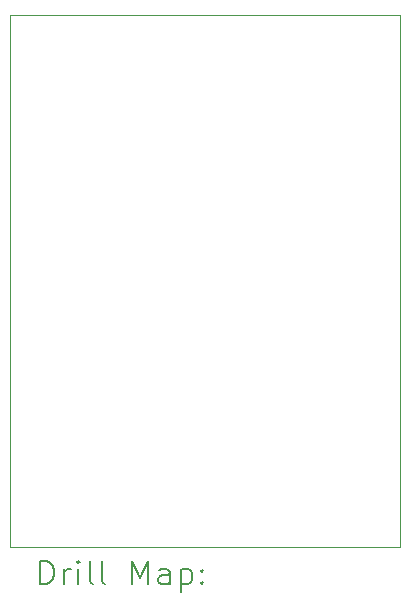
<source format=gbr>
%FSLAX45Y45*%
G04 Gerber Fmt 4.5, Leading zero omitted, Abs format (unit mm)*
G04 Created by KiCad (PCBNEW (6.0.1)) date 2022-02-24 09:22:36*
%MOMM*%
%LPD*%
G01*
G04 APERTURE LIST*
%TA.AperFunction,Profile*%
%ADD10C,0.100000*%
%TD*%
%ADD11C,0.200000*%
G04 APERTURE END LIST*
D10*
X13081000Y-6223000D02*
X16383000Y-6223000D01*
X16383000Y-6223000D02*
X16383000Y-10731500D01*
X16383000Y-10731500D02*
X13081000Y-10731500D01*
X13081000Y-10731500D02*
X13081000Y-6223000D01*
D11*
X13333619Y-11046976D02*
X13333619Y-10846976D01*
X13381238Y-10846976D01*
X13409809Y-10856500D01*
X13428857Y-10875548D01*
X13438381Y-10894595D01*
X13447905Y-10932690D01*
X13447905Y-10961262D01*
X13438381Y-10999357D01*
X13428857Y-11018405D01*
X13409809Y-11037452D01*
X13381238Y-11046976D01*
X13333619Y-11046976D01*
X13533619Y-11046976D02*
X13533619Y-10913643D01*
X13533619Y-10951738D02*
X13543143Y-10932690D01*
X13552667Y-10923167D01*
X13571714Y-10913643D01*
X13590762Y-10913643D01*
X13657428Y-11046976D02*
X13657428Y-10913643D01*
X13657428Y-10846976D02*
X13647905Y-10856500D01*
X13657428Y-10866024D01*
X13666952Y-10856500D01*
X13657428Y-10846976D01*
X13657428Y-10866024D01*
X13781238Y-11046976D02*
X13762190Y-11037452D01*
X13752667Y-11018405D01*
X13752667Y-10846976D01*
X13886000Y-11046976D02*
X13866952Y-11037452D01*
X13857428Y-11018405D01*
X13857428Y-10846976D01*
X14114571Y-11046976D02*
X14114571Y-10846976D01*
X14181238Y-10989833D01*
X14247905Y-10846976D01*
X14247905Y-11046976D01*
X14428857Y-11046976D02*
X14428857Y-10942214D01*
X14419333Y-10923167D01*
X14400286Y-10913643D01*
X14362190Y-10913643D01*
X14343143Y-10923167D01*
X14428857Y-11037452D02*
X14409809Y-11046976D01*
X14362190Y-11046976D01*
X14343143Y-11037452D01*
X14333619Y-11018405D01*
X14333619Y-10999357D01*
X14343143Y-10980310D01*
X14362190Y-10970786D01*
X14409809Y-10970786D01*
X14428857Y-10961262D01*
X14524095Y-10913643D02*
X14524095Y-11113643D01*
X14524095Y-10923167D02*
X14543143Y-10913643D01*
X14581238Y-10913643D01*
X14600286Y-10923167D01*
X14609809Y-10932690D01*
X14619333Y-10951738D01*
X14619333Y-11008881D01*
X14609809Y-11027929D01*
X14600286Y-11037452D01*
X14581238Y-11046976D01*
X14543143Y-11046976D01*
X14524095Y-11037452D01*
X14705048Y-11027929D02*
X14714571Y-11037452D01*
X14705048Y-11046976D01*
X14695524Y-11037452D01*
X14705048Y-11027929D01*
X14705048Y-11046976D01*
X14705048Y-10923167D02*
X14714571Y-10932690D01*
X14705048Y-10942214D01*
X14695524Y-10932690D01*
X14705048Y-10923167D01*
X14705048Y-10942214D01*
M02*

</source>
